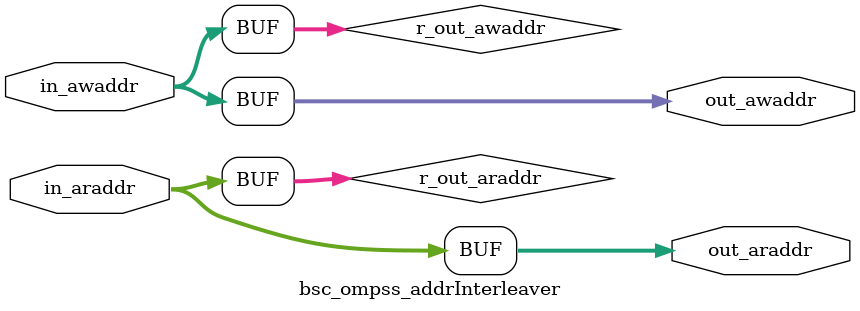
<source format=v>
/*------------------------------------------------------------------------*/
/*    (C) Copyright 2017-2022 Barcelona Supercomputing Center             */
/*                            Centro Nacional de Supercomputacion         */
/*                                                                        */
/*    This file is part of OmpSs@FPGA toolchain.                          */
/*                                                                        */
/*    This code is free software; you can redistribute it and/or modify   */
/*    it under the terms of the GNU Lesser General Public License as      */
/*    published by the Free Software Foundation; either version 3 of      */
/*    the License, or (at your option) any later version.                 */
/*                                                                        */
/*    OmpSs@FPGA toolchain is distributed in the hope that it will be     */
/*    useful, but WITHOUT ANY WARRANTY; without even the implied          */
/*    warranty of MERCHANTABILITY or FITNESS FOR A PARTICULAR PURPOSE.    */
/*    See the GNU Lesser General Public License for more details.         */
/*                                                                        */
/*    You should have received a copy of the GNU Lesser General Public    */
/*    License along with this code. If not, see <www.gnu.org/licenses/>.  */
/*------------------------------------------------------------------------*/

`undef __ENABLE__
`define __ADDR_WIDTH__ 64


`ifdef __ENABLE__
module bsc_ompss_addrInterleaver #(
    parameter NUM_BANKS = 4,
    parameter STRIDE = `__ADDR_WIDTH__'h2000, //8K
    parameter BANK_SIZE = `__ADDR_WIDTH__'h400000000, //16G
    parameter BASE_ADDR = `__ADDR_WIDTH__'h0
)
`else
module bsc_ompss_addrInterleaver
`endif
(
    input wire [(`__ADDR_WIDTH__-1):0] in_awaddr,
    input wire [(`__ADDR_WIDTH__-1):0] in_araddr,

    output wire [(`__ADDR_WIDTH__-1):0] out_awaddr,
    output wire [(`__ADDR_WIDTH__-1):0] out_araddr
);

    reg [(`__ADDR_WIDTH__-1):0] r_out_awaddr;
    reg [(`__ADDR_WIDTH__-1):0] r_out_araddr;

`ifdef __ENABLE__
    localparam NUM_SELECTOR_BITS = $clog2(NUM_BANKS);
    localparam SRC_SELECTOR_BIT = $clog2(STRIDE);
    localparam DST_SELECTOR_BIT = $clog2(BANK_SIZE);
`endif

    assign out_awaddr = r_out_awaddr;
    assign out_araddr = r_out_araddr;

    // Only interleave addresses within DDR address space
    always @(*) begin
    `ifdef __ENABLE__
        if (in_awaddr < BASE_ADDR + BANK_SIZE*NUM_BANKS) begin
            r_out_awaddr <= {in_awaddr[(`__ADDR_WIDTH__-1)                  : DST_SELECTOR_BIT+NUM_SELECTOR_BITS],
                             in_awaddr[SRC_SELECTOR_BIT+NUM_SELECTOR_BITS-1 : SRC_SELECTOR_BIT],
                             in_awaddr[DST_SELECTOR_BIT+NUM_SELECTOR_BITS-1 : SRC_SELECTOR_BIT+NUM_SELECTOR_BITS],
                             in_awaddr[SRC_SELECTOR_BIT-1                   : 0]};
        end
        else begin
            r_out_awaddr <= in_awaddr;
        end
    `else
        r_out_awaddr <= in_awaddr;
    `endif
    end

    // Only interleave addresses within DDR address space
    always @(*) begin
    `ifdef __ENABLE__
        if (in_araddr < BASE_ADDR + BANK_SIZE*NUM_BANKS) begin
            r_out_araddr <= {in_araddr[(`__ADDR_WIDTH__-1)                  : DST_SELECTOR_BIT+NUM_SELECTOR_BITS],
                             in_araddr[SRC_SELECTOR_BIT+NUM_SELECTOR_BITS-1 : SRC_SELECTOR_BIT],
                             in_araddr[DST_SELECTOR_BIT+NUM_SELECTOR_BITS-1 : SRC_SELECTOR_BIT+NUM_SELECTOR_BITS],
                             in_araddr[SRC_SELECTOR_BIT-1                   : 0]};
        end
        else begin
            r_out_araddr <= in_araddr;
        end
    `else
        r_out_araddr <= in_araddr;
    `endif
    end

endmodule


</source>
